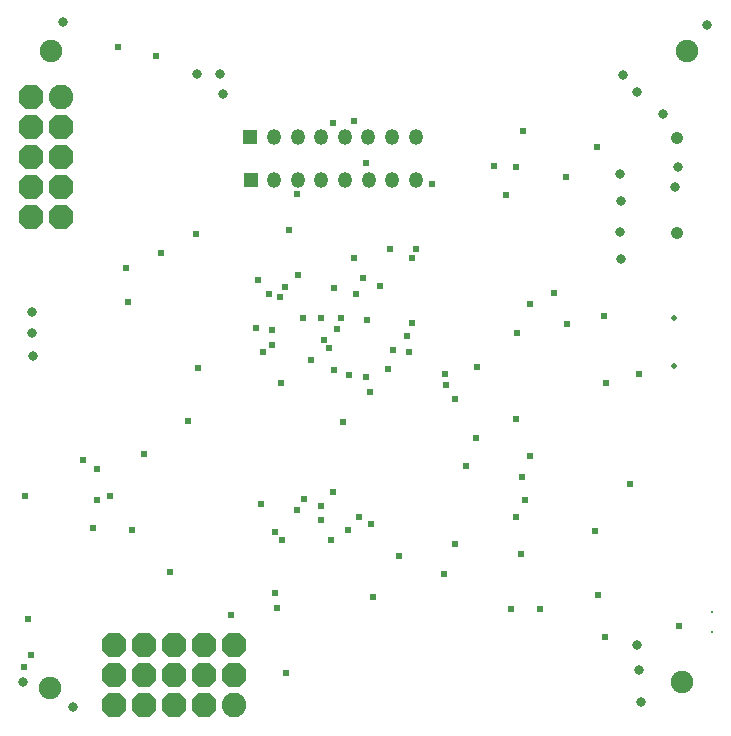
<source format=gbs>
G04*
G04 #@! TF.GenerationSoftware,Altium Limited,Altium Designer,20.2.6 (244)*
G04*
G04 Layer_Color=16711935*
%FSLAX24Y24*%
%MOIN*%
G70*
G04*
G04 #@! TF.SameCoordinates,51859F98-D9B2-4489-9200-0AB67A10A6FC*
G04*
G04*
G04 #@! TF.FilePolarity,Negative*
G04*
G01*
G75*
%ADD87O,0.0480X0.0530*%
%ADD88R,0.0480X0.0480*%
%ADD89C,0.0820*%
%ADD90P,0.0888X8X292.5*%
%ADD91P,0.0888X8X202.5*%
%ADD92C,0.0415*%
%ADD93C,0.0749*%
%ADD94C,0.0080*%
%ADD95C,0.0197*%
%ADD96C,0.0240*%
%ADD105C,0.0320*%
D87*
X31777Y32340D02*
D03*
X30990D02*
D03*
X30203D02*
D03*
X29415D02*
D03*
X28628D02*
D03*
X27840D02*
D03*
X27053D02*
D03*
X31772Y33780D02*
D03*
X30985D02*
D03*
X30197D02*
D03*
X29410D02*
D03*
X28623D02*
D03*
X27835D02*
D03*
X27048D02*
D03*
D88*
X26266Y32340D02*
D03*
X26260Y33780D02*
D03*
D89*
X19940Y35120D02*
D03*
X25730Y14840D02*
D03*
D90*
X18940Y35120D02*
D03*
X19940Y34120D02*
D03*
X18940D02*
D03*
X19940Y33120D02*
D03*
X18940D02*
D03*
X19940Y32120D02*
D03*
X18940D02*
D03*
X19940Y31120D02*
D03*
X18940D02*
D03*
D91*
X25730Y15840D02*
D03*
Y16840D02*
D03*
X24730Y14840D02*
D03*
Y15840D02*
D03*
Y16840D02*
D03*
X23730Y14840D02*
D03*
Y15840D02*
D03*
Y16840D02*
D03*
X22730Y14840D02*
D03*
Y15840D02*
D03*
Y16840D02*
D03*
X21730Y14840D02*
D03*
Y15840D02*
D03*
Y16840D02*
D03*
D92*
X40467Y30584D02*
D03*
Y33734D02*
D03*
D93*
X19575Y15415D02*
D03*
X40648Y15600D02*
D03*
X19600Y36650D02*
D03*
X40820Y36660D02*
D03*
D94*
X41660Y17281D02*
D03*
Y17950D02*
D03*
D95*
X40377Y26151D02*
D03*
Y27731D02*
D03*
D96*
X26530Y29010D02*
D03*
X26890Y28530D02*
D03*
X32710Y19220D02*
D03*
X30344Y18440D02*
D03*
X35110Y24390D02*
D03*
X33770Y23730D02*
D03*
X33460Y22810D02*
D03*
X29000Y21950D02*
D03*
X29020Y34260D02*
D03*
X29730Y34300D02*
D03*
X24520Y26090D02*
D03*
X21140Y22710D02*
D03*
X35570Y23140D02*
D03*
X38090Y17120D02*
D03*
X33079Y25060D02*
D03*
X31636Y29760D02*
D03*
X23280Y29900D02*
D03*
X35130Y32770D02*
D03*
X30140Y27671D02*
D03*
X27860Y29190D02*
D03*
X35350Y33980D02*
D03*
X30100Y32900D02*
D03*
X30010Y29070D02*
D03*
X34370Y32800D02*
D03*
X24440Y30560D02*
D03*
X35920Y18050D02*
D03*
X27093Y20617D02*
D03*
X35267Y19866D02*
D03*
X29528Y20690D02*
D03*
X28620Y21020D02*
D03*
Y21470D02*
D03*
X38910Y22220D02*
D03*
X27266Y25590D02*
D03*
X32310Y32200D02*
D03*
X23120Y36490D02*
D03*
X21840Y36780D02*
D03*
X26464Y27420D02*
D03*
X27239Y28459D02*
D03*
X34770Y31850D02*
D03*
X30570Y28820D02*
D03*
X35410Y21680D02*
D03*
X40540Y17466D02*
D03*
X23590Y19270D02*
D03*
X25610Y17850D02*
D03*
X24186Y24326D02*
D03*
X29040Y26000D02*
D03*
X35141Y27230D02*
D03*
X31470Y27140D02*
D03*
X22720Y23220D02*
D03*
X31653Y27590D02*
D03*
X21160Y21680D02*
D03*
X30120Y25780D02*
D03*
X21580Y21800D02*
D03*
X29540Y25860D02*
D03*
X21000Y20730D02*
D03*
X30240Y25280D02*
D03*
X28890Y26750D02*
D03*
X35590Y28210D02*
D03*
X29290Y27760D02*
D03*
X36790Y32450D02*
D03*
X28720Y27000D02*
D03*
X36386Y28580D02*
D03*
X35110Y21120D02*
D03*
X30280Y20880D02*
D03*
X26990Y26860D02*
D03*
X26980Y27350D02*
D03*
X26684Y26610D02*
D03*
X22130Y29420D02*
D03*
X37760Y20640D02*
D03*
X32760Y25875D02*
D03*
X27410Y28784D02*
D03*
X37830Y33440D02*
D03*
X38050Y27810D02*
D03*
X28017Y27740D02*
D03*
X34960Y18050D02*
D03*
X27320Y20340D02*
D03*
X27540Y30690D02*
D03*
X29140Y27380D02*
D03*
X37850Y18500D02*
D03*
X28940Y20340D02*
D03*
X28040Y21710D02*
D03*
X36807Y27560D02*
D03*
X31010Y26680D02*
D03*
X33090Y20200D02*
D03*
X31220Y19820D02*
D03*
X29868Y21120D02*
D03*
X35330Y22430D02*
D03*
X18720Y16110D02*
D03*
X18860Y17720D02*
D03*
X27820Y21330D02*
D03*
X32780Y25528D02*
D03*
X18940Y16500D02*
D03*
X22320Y20670D02*
D03*
X27440Y15900D02*
D03*
X28600Y27740D02*
D03*
X18760Y21800D02*
D03*
X29790Y28550D02*
D03*
X22179Y28281D02*
D03*
X29060Y28730D02*
D03*
X27800Y31890D02*
D03*
X30850Y26030D02*
D03*
X27160Y18073D02*
D03*
X27080Y18587D02*
D03*
X33810Y26123D02*
D03*
X26610Y21560D02*
D03*
X29343Y24293D02*
D03*
X20690Y23020D02*
D03*
X38110Y25590D02*
D03*
X31550Y26610D02*
D03*
X28290Y26350D02*
D03*
X39210Y25870D02*
D03*
X30910Y30040D02*
D03*
X31780Y30050D02*
D03*
X29730Y29755D02*
D03*
D105*
X41470Y37500D02*
D03*
X40010Y34540D02*
D03*
X39160Y35270D02*
D03*
X38670Y35830D02*
D03*
X20000Y37610D02*
D03*
X25340Y35200D02*
D03*
X25250Y35880D02*
D03*
X24490Y35890D02*
D03*
X18670Y15620D02*
D03*
X20350Y14790D02*
D03*
X39290Y14940D02*
D03*
X39210Y16000D02*
D03*
X39160Y16830D02*
D03*
X40430Y32100D02*
D03*
X40500Y32770D02*
D03*
X38590Y32530D02*
D03*
X38630Y31650D02*
D03*
X38590Y30600D02*
D03*
X38600Y29710D02*
D03*
X18990Y27930D02*
D03*
Y27230D02*
D03*
X19020Y26480D02*
D03*
M02*

</source>
